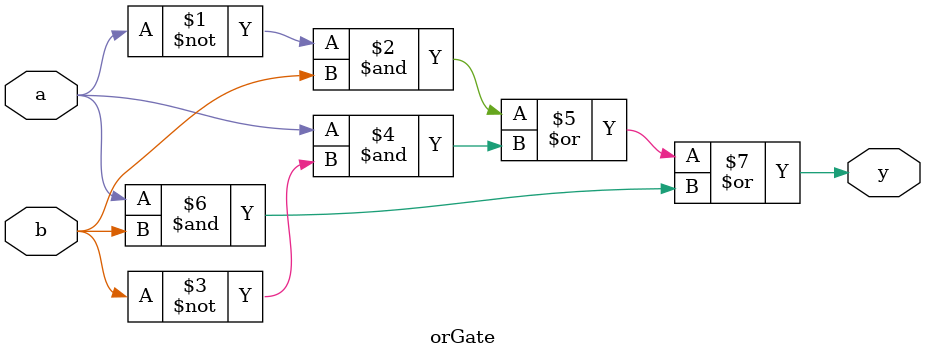
<source format=sv>
module orGate(input logic a, b, 
		output logic y);

	assign y = ~a & b | a & ~b | a & b;

endmodule

</source>
